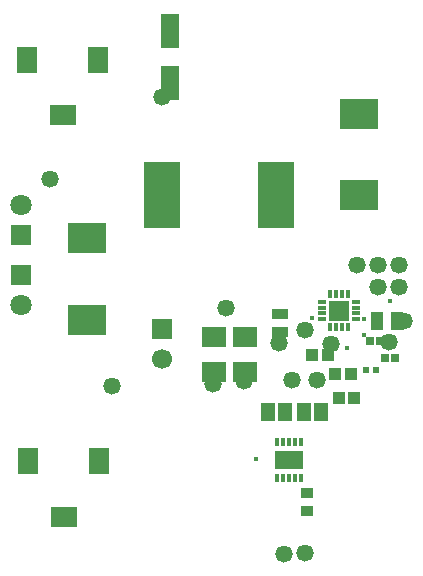
<source format=gts>
G04*
G04 #@! TF.GenerationSoftware,Altium Limited,Altium Designer,21.1.1 (26)*
G04*
G04 Layer_Color=8388736*
%FSLAX42Y42*%
%MOMM*%
G71*
G04*
G04 #@! TF.SameCoordinates,92C87620-ECAA-41DB-B671-3A6BB777ED9A*
G04*
G04*
G04 #@! TF.FilePolarity,Negative*
G04*
G01*
G75*
%ADD15C,0.40*%
%ADD17R,1.35X0.95*%
%ADD21R,2.48X1.55*%
%ADD22R,0.30X0.65*%
%ADD23R,3.30X2.50*%
%ADD25R,1.60X3.00*%
%ADD30R,0.47X0.47*%
%ADD32R,1.05X1.10*%
%ADD33R,1.78X1.78*%
%ADD34R,0.34X0.70*%
%ADD35R,0.70X0.34*%
%ADD36R,1.30X1.55*%
%ADD37R,1.10X0.90*%
%ADD38R,2.10X1.70*%
%ADD39R,3.10X5.60*%
%ADD40R,0.65X0.65*%
%ADD41R,1.05X1.55*%
%ADD42R,1.80X1.80*%
%ADD43C,1.80*%
%ADD44R,2.30X1.70*%
%ADD45R,1.70X2.30*%
%ADD46C,1.70*%
%ADD47R,1.70X1.70*%
%ADD48C,0.60*%
%ADD49C,1.47*%
D15*
X5203Y5311D02*
D03*
X5497Y5058D02*
D03*
X5642Y5303D02*
D03*
X4725Y4117D02*
D03*
X5642Y5172D02*
D03*
X5858Y5455D02*
D03*
D17*
X4928Y5350D02*
D03*
Y5200D02*
D03*
D21*
X5005Y4112D02*
D03*
D22*
X5105Y3958D02*
D03*
X5055D02*
D03*
X5005D02*
D03*
X4955D02*
D03*
X4905D02*
D03*
Y4267D02*
D03*
X4955D02*
D03*
X5005D02*
D03*
X5055D02*
D03*
X5105D02*
D03*
D23*
X5600Y7045D02*
D03*
Y6355D02*
D03*
X3300Y5300D02*
D03*
Y5990D02*
D03*
D25*
X3997Y7305D02*
D03*
Y7745D02*
D03*
D30*
X5660Y4875D02*
D03*
X5740D02*
D03*
D32*
X5397Y4842D02*
D03*
X5528D02*
D03*
X5558Y4635D02*
D03*
X5428D02*
D03*
X5203Y5003D02*
D03*
X5333D02*
D03*
D33*
X5433Y5378D02*
D03*
D34*
X5355Y5517D02*
D03*
X5405D02*
D03*
X5455D02*
D03*
X5505D02*
D03*
Y5238D02*
D03*
X5455D02*
D03*
X5405D02*
D03*
X5355D02*
D03*
D35*
X5570Y5453D02*
D03*
Y5403D02*
D03*
Y5353D02*
D03*
Y5303D02*
D03*
X5290D02*
D03*
Y5353D02*
D03*
Y5403D02*
D03*
Y5453D02*
D03*
D36*
X5135Y4522D02*
D03*
X5275D02*
D03*
X4970Y4522D02*
D03*
X4830D02*
D03*
D37*
X5160Y3830D02*
D03*
Y3680D02*
D03*
D38*
X4631Y5156D02*
D03*
Y4856D02*
D03*
X4372Y5155D02*
D03*
Y4855D02*
D03*
D39*
X4897Y6355D02*
D03*
X3928D02*
D03*
D40*
X5900Y4978D02*
D03*
X5820D02*
D03*
X5695Y5120D02*
D03*
X5775D02*
D03*
D41*
X5918Y5289D02*
D03*
X5753D02*
D03*
D42*
X2735Y5679D02*
D03*
X2740Y6021D02*
D03*
D43*
X2735Y5426D02*
D03*
X2740Y6275D02*
D03*
D44*
X3090Y7030D02*
D03*
X3100Y3630D02*
D03*
D45*
X2790Y7500D02*
D03*
X3390D02*
D03*
X2800Y4100D02*
D03*
X3400D02*
D03*
D46*
X3933Y4967D02*
D03*
D47*
Y5222D02*
D03*
D48*
X5430Y5378D02*
D03*
X5371Y5437D02*
D03*
Y5319D02*
D03*
X5489D02*
D03*
Y5437D02*
D03*
D49*
X5940Y5760D02*
D03*
Y5580D02*
D03*
X5760Y5760D02*
D03*
Y5580D02*
D03*
X5580Y5760D02*
D03*
X3930Y7188D02*
D03*
X5358Y5092D02*
D03*
X4472Y5397D02*
D03*
X5142Y5216D02*
D03*
X5028Y4792D02*
D03*
X5245Y4788D02*
D03*
X5855Y5110D02*
D03*
X5142Y3328D02*
D03*
X4962Y3320D02*
D03*
X5983Y5288D02*
D03*
X4626Y4777D02*
D03*
X4922Y5100D02*
D03*
X3512Y4735D02*
D03*
X4365Y4755D02*
D03*
X2983Y6495D02*
D03*
M02*

</source>
